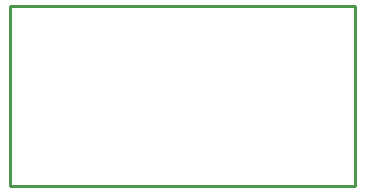
<source format=gbr>
G04 EAGLE Gerber RS-274X export*
G75*
%MOMM*%
%FSLAX34Y34*%
%LPD*%
%IN*%
%IPPOS*%
%AMOC8*
5,1,8,0,0,1.08239X$1,22.5*%
G01*
%ADD10C,0.254000*%


D10*
X0Y0D02*
X292100Y0D01*
X292100Y152400D01*
X0Y152400D01*
X0Y0D01*
M02*

</source>
